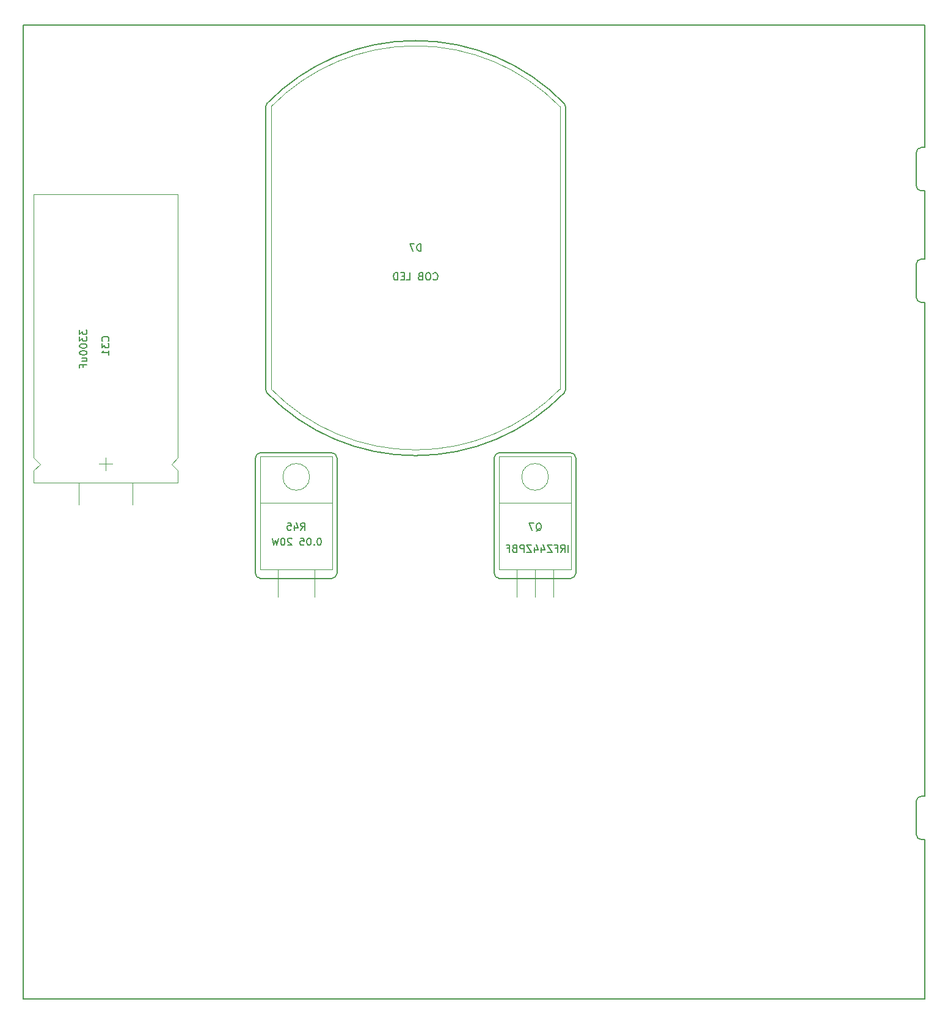
<source format=gbr>
%TF.GenerationSoftware,KiCad,Pcbnew,5.1.10-88a1d61d58~88~ubuntu20.04.1*%
%TF.CreationDate,2021-06-19T17:21:23-07:00*%
%TF.ProjectId,ultrablinky,756c7472-6162-46c6-996e-6b792e6b6963,B*%
%TF.SameCoordinates,Original*%
%TF.FileFunction,Other,Fab,Bot*%
%FSLAX46Y46*%
G04 Gerber Fmt 4.6, Leading zero omitted, Abs format (unit mm)*
G04 Created by KiCad (PCBNEW 5.1.10-88a1d61d58~88~ubuntu20.04.1) date 2021-06-19 17:21:23*
%MOMM*%
%LPD*%
G01*
G04 APERTURE LIST*
%TA.AperFunction,Profile*%
%ADD10C,0.150000*%
%TD*%
%ADD11C,0.100000*%
%ADD12C,0.120000*%
%ADD13C,0.150000*%
G04 APERTURE END LIST*
D10*
X178700000Y-142000000D02*
X178700000Y-164100000D01*
X178200000Y-142000000D02*
G75*
G02*
X177500000Y-141300000I0J700000D01*
G01*
X177500000Y-136700000D02*
G75*
G02*
X178200000Y-136000000I700000J0D01*
G01*
X177500000Y-136700000D02*
X177500000Y-141300000D01*
X178200000Y-142000000D02*
X178700000Y-142000000D01*
X178200000Y-136000000D02*
X178700000Y-136000000D01*
X178700000Y-67550000D02*
X178700000Y-136000000D01*
X178700000Y-61550000D02*
X178700000Y-52100000D01*
X177500000Y-62250000D02*
G75*
G02*
X178200000Y-61550000I700000J0D01*
G01*
X178200000Y-61550000D02*
X178700000Y-61550000D01*
X178200000Y-67550000D02*
G75*
G02*
X177500000Y-66850000I0J700000D01*
G01*
X178200000Y-67550000D02*
X178700000Y-67550000D01*
X177500000Y-62250000D02*
X177500000Y-66850000D01*
X178200000Y-52100000D02*
X178700000Y-52100000D01*
X178200000Y-46100000D02*
X178700000Y-46100000D01*
X177500000Y-46800000D02*
X177500000Y-51400000D01*
X178200000Y-52100000D02*
G75*
G02*
X177500000Y-51400000I0J700000D01*
G01*
X177500000Y-46800000D02*
G75*
G02*
X178200000Y-46100000I700000J0D01*
G01*
X87505025Y-80109975D02*
G75*
G02*
X87300000Y-79615000I494975J494975D01*
G01*
X128694975Y-39985025D02*
G75*
G02*
X128900000Y-40480000I-494975J-494975D01*
G01*
X87510025Y-39982025D02*
G75*
G03*
X87305000Y-40477000I494975J-494975D01*
G01*
X128694975Y-80104975D02*
G75*
G03*
X128900000Y-79610000I-494975J494975D01*
G01*
X130300000Y-105100000D02*
G75*
G02*
X129600000Y-105800000I-700000J0D01*
G01*
X119700000Y-105800000D02*
G75*
G02*
X119000000Y-105100000I0J700000D01*
G01*
X129600000Y-88400000D02*
G75*
G02*
X130300000Y-89100000I0J-700000D01*
G01*
X119000000Y-89100000D02*
G75*
G02*
X119700000Y-88400000I700000J0D01*
G01*
X85900000Y-89100000D02*
G75*
G02*
X86600000Y-88400000I700000J0D01*
G01*
X96500000Y-88400000D02*
G75*
G02*
X97200000Y-89100000I0J-700000D01*
G01*
X97200000Y-105100000D02*
G75*
G02*
X96500000Y-105800000I-700000J0D01*
G01*
X86600000Y-105800000D02*
G75*
G02*
X85900000Y-105100000I0J700000D01*
G01*
X119000000Y-105100000D02*
X119000000Y-89100000D01*
X129600000Y-105800000D02*
X119700000Y-105800000D01*
X129600000Y-88400000D02*
X119700000Y-88400000D01*
X130300000Y-105100000D02*
X130300000Y-89100000D01*
X96500000Y-105800000D02*
X86600000Y-105800000D01*
X97200000Y-105100000D02*
X97200000Y-89100000D01*
X96500000Y-88400000D02*
X86600000Y-88400000D01*
X85900000Y-105100000D02*
X85900000Y-89100000D01*
X128697474Y-80107415D02*
G75*
G02*
X87505025Y-80109975I-20597474J20107415D01*
G01*
X87300000Y-79615000D02*
X87305000Y-40477000D01*
X128900000Y-79610000D02*
X128900000Y-40480000D01*
X87508953Y-39980983D02*
G75*
G02*
X128694975Y-39985025I20591047J-20019017D01*
G01*
X53700000Y-29100000D02*
X178700000Y-29100000D01*
X53700000Y-164100000D02*
X178700000Y-164100000D01*
X178700000Y-46100000D02*
X178700000Y-29100000D01*
X53700000Y-164100000D02*
X53700000Y-29100000D01*
D11*
%TO.C,C31*%
X66050000Y-89950000D02*
X64250000Y-89950000D01*
X65150000Y-90850000D02*
X65150000Y-89050000D01*
X68900000Y-95550000D02*
X68900000Y-92550000D01*
X61400000Y-95550000D02*
X61400000Y-92550000D01*
X55150000Y-89070000D02*
X55150000Y-52550000D01*
X56050000Y-89970000D02*
X55150000Y-89070000D01*
X55150000Y-90870000D02*
X56050000Y-89970000D01*
X55150000Y-92550000D02*
X55150000Y-90870000D01*
X75150000Y-89070000D02*
X75150000Y-52550000D01*
X74250000Y-89970000D02*
X75150000Y-89070000D01*
X75150000Y-90870000D02*
X74250000Y-89970000D01*
X75150000Y-92550000D02*
X75150000Y-90870000D01*
X75150000Y-52550000D02*
X55150000Y-52550000D01*
X75150000Y-92550000D02*
X55150000Y-92550000D01*
%TO.C,R45*%
X89020000Y-104590000D02*
X89020000Y-108400000D01*
X94100000Y-104590000D02*
X94100000Y-108400000D01*
X86560000Y-104590000D02*
X96560000Y-104590000D01*
X86560000Y-95340000D02*
X86560000Y-104590000D01*
X96560000Y-95340000D02*
X86560000Y-95340000D01*
X96560000Y-104590000D02*
X96560000Y-95340000D01*
X86560000Y-95340000D02*
X96560000Y-95340000D01*
X86560000Y-88940000D02*
X86560000Y-95340000D01*
X96560000Y-88940000D02*
X86560000Y-88940000D01*
X96560000Y-95340000D02*
X96560000Y-88940000D01*
X93410000Y-91740000D02*
G75*
G03*
X93410000Y-91740000I-1850000J0D01*
G01*
%TO.C,Q7*%
X126510000Y-91740000D02*
G75*
G03*
X126510000Y-91740000I-1850000J0D01*
G01*
X129660000Y-95340000D02*
X129660000Y-88940000D01*
X129660000Y-88940000D02*
X119660000Y-88940000D01*
X119660000Y-88940000D02*
X119660000Y-95340000D01*
X119660000Y-95340000D02*
X129660000Y-95340000D01*
X129660000Y-104590000D02*
X129660000Y-95340000D01*
X129660000Y-95340000D02*
X119660000Y-95340000D01*
X119660000Y-95340000D02*
X119660000Y-104590000D01*
X119660000Y-104590000D02*
X129660000Y-104590000D01*
X127200000Y-104590000D02*
X127200000Y-108400000D01*
X124660000Y-104590000D02*
X124660000Y-108400000D01*
X122120000Y-104590000D02*
X122120000Y-108400000D01*
D12*
%TO.C,D7*%
X128100000Y-40410000D02*
X128100000Y-79590000D01*
X88100000Y-40410000D02*
X88100000Y-79590000D01*
X128104552Y-40414648D02*
G75*
G03*
X88100000Y-40410000I-20004552J-19585352D01*
G01*
X88095448Y-79585352D02*
G75*
G03*
X128100000Y-79590000I20004552J19585352D01*
G01*
%TD*%
%TO.C,C31*%
D13*
X61527380Y-71357142D02*
X61527380Y-71976190D01*
X61908333Y-71642857D01*
X61908333Y-71785714D01*
X61955952Y-71880952D01*
X62003571Y-71928571D01*
X62098809Y-71976190D01*
X62336904Y-71976190D01*
X62432142Y-71928571D01*
X62479761Y-71880952D01*
X62527380Y-71785714D01*
X62527380Y-71500000D01*
X62479761Y-71404761D01*
X62432142Y-71357142D01*
X61527380Y-72309523D02*
X61527380Y-72928571D01*
X61908333Y-72595238D01*
X61908333Y-72738095D01*
X61955952Y-72833333D01*
X62003571Y-72880952D01*
X62098809Y-72928571D01*
X62336904Y-72928571D01*
X62432142Y-72880952D01*
X62479761Y-72833333D01*
X62527380Y-72738095D01*
X62527380Y-72452380D01*
X62479761Y-72357142D01*
X62432142Y-72309523D01*
X61527380Y-73547619D02*
X61527380Y-73642857D01*
X61575000Y-73738095D01*
X61622619Y-73785714D01*
X61717857Y-73833333D01*
X61908333Y-73880952D01*
X62146428Y-73880952D01*
X62336904Y-73833333D01*
X62432142Y-73785714D01*
X62479761Y-73738095D01*
X62527380Y-73642857D01*
X62527380Y-73547619D01*
X62479761Y-73452380D01*
X62432142Y-73404761D01*
X62336904Y-73357142D01*
X62146428Y-73309523D01*
X61908333Y-73309523D01*
X61717857Y-73357142D01*
X61622619Y-73404761D01*
X61575000Y-73452380D01*
X61527380Y-73547619D01*
X61527380Y-74500000D02*
X61527380Y-74595238D01*
X61575000Y-74690476D01*
X61622619Y-74738095D01*
X61717857Y-74785714D01*
X61908333Y-74833333D01*
X62146428Y-74833333D01*
X62336904Y-74785714D01*
X62432142Y-74738095D01*
X62479761Y-74690476D01*
X62527380Y-74595238D01*
X62527380Y-74500000D01*
X62479761Y-74404761D01*
X62432142Y-74357142D01*
X62336904Y-74309523D01*
X62146428Y-74261904D01*
X61908333Y-74261904D01*
X61717857Y-74309523D01*
X61622619Y-74357142D01*
X61575000Y-74404761D01*
X61527380Y-74500000D01*
X61860714Y-75690476D02*
X62527380Y-75690476D01*
X61860714Y-75261904D02*
X62384523Y-75261904D01*
X62479761Y-75309523D01*
X62527380Y-75404761D01*
X62527380Y-75547619D01*
X62479761Y-75642857D01*
X62432142Y-75690476D01*
X62003571Y-76500000D02*
X62003571Y-76166666D01*
X62527380Y-76166666D02*
X61527380Y-76166666D01*
X61527380Y-76642857D01*
X65507142Y-72907142D02*
X65554761Y-72859523D01*
X65602380Y-72716666D01*
X65602380Y-72621428D01*
X65554761Y-72478571D01*
X65459523Y-72383333D01*
X65364285Y-72335714D01*
X65173809Y-72288095D01*
X65030952Y-72288095D01*
X64840476Y-72335714D01*
X64745238Y-72383333D01*
X64650000Y-72478571D01*
X64602380Y-72621428D01*
X64602380Y-72716666D01*
X64650000Y-72859523D01*
X64697619Y-72907142D01*
X64602380Y-73240476D02*
X64602380Y-73859523D01*
X64983333Y-73526190D01*
X64983333Y-73669047D01*
X65030952Y-73764285D01*
X65078571Y-73811904D01*
X65173809Y-73859523D01*
X65411904Y-73859523D01*
X65507142Y-73811904D01*
X65554761Y-73764285D01*
X65602380Y-73669047D01*
X65602380Y-73383333D01*
X65554761Y-73288095D01*
X65507142Y-73240476D01*
X65602380Y-74811904D02*
X65602380Y-74240476D01*
X65602380Y-74526190D02*
X64602380Y-74526190D01*
X64745238Y-74430952D01*
X64840476Y-74335714D01*
X64888095Y-74240476D01*
%TO.C,R45*%
X94792857Y-100202380D02*
X94697619Y-100202380D01*
X94602380Y-100250000D01*
X94554761Y-100297619D01*
X94507142Y-100392857D01*
X94459523Y-100583333D01*
X94459523Y-100821428D01*
X94507142Y-101011904D01*
X94554761Y-101107142D01*
X94602380Y-101154761D01*
X94697619Y-101202380D01*
X94792857Y-101202380D01*
X94888095Y-101154761D01*
X94935714Y-101107142D01*
X94983333Y-101011904D01*
X95030952Y-100821428D01*
X95030952Y-100583333D01*
X94983333Y-100392857D01*
X94935714Y-100297619D01*
X94888095Y-100250000D01*
X94792857Y-100202380D01*
X94030952Y-101107142D02*
X93983333Y-101154761D01*
X94030952Y-101202380D01*
X94078571Y-101154761D01*
X94030952Y-101107142D01*
X94030952Y-101202380D01*
X93364285Y-100202380D02*
X93269047Y-100202380D01*
X93173809Y-100250000D01*
X93126190Y-100297619D01*
X93078571Y-100392857D01*
X93030952Y-100583333D01*
X93030952Y-100821428D01*
X93078571Y-101011904D01*
X93126190Y-101107142D01*
X93173809Y-101154761D01*
X93269047Y-101202380D01*
X93364285Y-101202380D01*
X93459523Y-101154761D01*
X93507142Y-101107142D01*
X93554761Y-101011904D01*
X93602380Y-100821428D01*
X93602380Y-100583333D01*
X93554761Y-100392857D01*
X93507142Y-100297619D01*
X93459523Y-100250000D01*
X93364285Y-100202380D01*
X92126190Y-100202380D02*
X92602380Y-100202380D01*
X92650000Y-100678571D01*
X92602380Y-100630952D01*
X92507142Y-100583333D01*
X92269047Y-100583333D01*
X92173809Y-100630952D01*
X92126190Y-100678571D01*
X92078571Y-100773809D01*
X92078571Y-101011904D01*
X92126190Y-101107142D01*
X92173809Y-101154761D01*
X92269047Y-101202380D01*
X92507142Y-101202380D01*
X92602380Y-101154761D01*
X92650000Y-101107142D01*
X90935714Y-100297619D02*
X90888095Y-100250000D01*
X90792857Y-100202380D01*
X90554761Y-100202380D01*
X90459523Y-100250000D01*
X90411904Y-100297619D01*
X90364285Y-100392857D01*
X90364285Y-100488095D01*
X90411904Y-100630952D01*
X90983333Y-101202380D01*
X90364285Y-101202380D01*
X89745238Y-100202380D02*
X89650000Y-100202380D01*
X89554761Y-100250000D01*
X89507142Y-100297619D01*
X89459523Y-100392857D01*
X89411904Y-100583333D01*
X89411904Y-100821428D01*
X89459523Y-101011904D01*
X89507142Y-101107142D01*
X89554761Y-101154761D01*
X89650000Y-101202380D01*
X89745238Y-101202380D01*
X89840476Y-101154761D01*
X89888095Y-101107142D01*
X89935714Y-101011904D01*
X89983333Y-100821428D01*
X89983333Y-100583333D01*
X89935714Y-100392857D01*
X89888095Y-100297619D01*
X89840476Y-100250000D01*
X89745238Y-100202380D01*
X89078571Y-100202380D02*
X88840476Y-101202380D01*
X88650000Y-100488095D01*
X88459523Y-101202380D01*
X88221428Y-100202380D01*
X92192857Y-99102380D02*
X92526190Y-98626190D01*
X92764285Y-99102380D02*
X92764285Y-98102380D01*
X92383333Y-98102380D01*
X92288095Y-98150000D01*
X92240476Y-98197619D01*
X92192857Y-98292857D01*
X92192857Y-98435714D01*
X92240476Y-98530952D01*
X92288095Y-98578571D01*
X92383333Y-98626190D01*
X92764285Y-98626190D01*
X91335714Y-98435714D02*
X91335714Y-99102380D01*
X91573809Y-98054761D02*
X91811904Y-98769047D01*
X91192857Y-98769047D01*
X90335714Y-98102380D02*
X90811904Y-98102380D01*
X90859523Y-98578571D01*
X90811904Y-98530952D01*
X90716666Y-98483333D01*
X90478571Y-98483333D01*
X90383333Y-98530952D01*
X90335714Y-98578571D01*
X90288095Y-98673809D01*
X90288095Y-98911904D01*
X90335714Y-99007142D01*
X90383333Y-99054761D01*
X90478571Y-99102380D01*
X90716666Y-99102380D01*
X90811904Y-99054761D01*
X90859523Y-99007142D01*
%TO.C,Q7*%
X129261904Y-102152380D02*
X129261904Y-101152380D01*
X128214285Y-102152380D02*
X128547619Y-101676190D01*
X128785714Y-102152380D02*
X128785714Y-101152380D01*
X128404761Y-101152380D01*
X128309523Y-101200000D01*
X128261904Y-101247619D01*
X128214285Y-101342857D01*
X128214285Y-101485714D01*
X128261904Y-101580952D01*
X128309523Y-101628571D01*
X128404761Y-101676190D01*
X128785714Y-101676190D01*
X127452380Y-101628571D02*
X127785714Y-101628571D01*
X127785714Y-102152380D02*
X127785714Y-101152380D01*
X127309523Y-101152380D01*
X127023809Y-101152380D02*
X126357142Y-101152380D01*
X127023809Y-102152380D01*
X126357142Y-102152380D01*
X125547619Y-101485714D02*
X125547619Y-102152380D01*
X125785714Y-101104761D02*
X126023809Y-101819047D01*
X125404761Y-101819047D01*
X124595238Y-101485714D02*
X124595238Y-102152380D01*
X124833333Y-101104761D02*
X125071428Y-101819047D01*
X124452380Y-101819047D01*
X124166666Y-101152380D02*
X123500000Y-101152380D01*
X124166666Y-102152380D01*
X123500000Y-102152380D01*
X123119047Y-102152380D02*
X123119047Y-101152380D01*
X122738095Y-101152380D01*
X122642857Y-101200000D01*
X122595238Y-101247619D01*
X122547619Y-101342857D01*
X122547619Y-101485714D01*
X122595238Y-101580952D01*
X122642857Y-101628571D01*
X122738095Y-101676190D01*
X123119047Y-101676190D01*
X121785714Y-101628571D02*
X121642857Y-101676190D01*
X121595238Y-101723809D01*
X121547619Y-101819047D01*
X121547619Y-101961904D01*
X121595238Y-102057142D01*
X121642857Y-102104761D01*
X121738095Y-102152380D01*
X122119047Y-102152380D01*
X122119047Y-101152380D01*
X121785714Y-101152380D01*
X121690476Y-101200000D01*
X121642857Y-101247619D01*
X121595238Y-101342857D01*
X121595238Y-101438095D01*
X121642857Y-101533333D01*
X121690476Y-101580952D01*
X121785714Y-101628571D01*
X122119047Y-101628571D01*
X120785714Y-101628571D02*
X121119047Y-101628571D01*
X121119047Y-102152380D02*
X121119047Y-101152380D01*
X120642857Y-101152380D01*
X124795238Y-99247619D02*
X124890476Y-99200000D01*
X124985714Y-99104761D01*
X125128571Y-98961904D01*
X125223809Y-98914285D01*
X125319047Y-98914285D01*
X125271428Y-99152380D02*
X125366666Y-99104761D01*
X125461904Y-99009523D01*
X125509523Y-98819047D01*
X125509523Y-98485714D01*
X125461904Y-98295238D01*
X125366666Y-98200000D01*
X125271428Y-98152380D01*
X125080952Y-98152380D01*
X124985714Y-98200000D01*
X124890476Y-98295238D01*
X124842857Y-98485714D01*
X124842857Y-98819047D01*
X124890476Y-99009523D01*
X124985714Y-99104761D01*
X125080952Y-99152380D01*
X125271428Y-99152380D01*
X124509523Y-98152380D02*
X123842857Y-98152380D01*
X124271428Y-99152380D01*
%TO.C,D7*%
X110552380Y-64357142D02*
X110600000Y-64404761D01*
X110742857Y-64452380D01*
X110838095Y-64452380D01*
X110980952Y-64404761D01*
X111076190Y-64309523D01*
X111123809Y-64214285D01*
X111171428Y-64023809D01*
X111171428Y-63880952D01*
X111123809Y-63690476D01*
X111076190Y-63595238D01*
X110980952Y-63500000D01*
X110838095Y-63452380D01*
X110742857Y-63452380D01*
X110600000Y-63500000D01*
X110552380Y-63547619D01*
X109933333Y-63452380D02*
X109742857Y-63452380D01*
X109647619Y-63500000D01*
X109552380Y-63595238D01*
X109504761Y-63785714D01*
X109504761Y-64119047D01*
X109552380Y-64309523D01*
X109647619Y-64404761D01*
X109742857Y-64452380D01*
X109933333Y-64452380D01*
X110028571Y-64404761D01*
X110123809Y-64309523D01*
X110171428Y-64119047D01*
X110171428Y-63785714D01*
X110123809Y-63595238D01*
X110028571Y-63500000D01*
X109933333Y-63452380D01*
X108742857Y-63928571D02*
X108600000Y-63976190D01*
X108552380Y-64023809D01*
X108504761Y-64119047D01*
X108504761Y-64261904D01*
X108552380Y-64357142D01*
X108600000Y-64404761D01*
X108695238Y-64452380D01*
X109076190Y-64452380D01*
X109076190Y-63452380D01*
X108742857Y-63452380D01*
X108647619Y-63500000D01*
X108600000Y-63547619D01*
X108552380Y-63642857D01*
X108552380Y-63738095D01*
X108600000Y-63833333D01*
X108647619Y-63880952D01*
X108742857Y-63928571D01*
X109076190Y-63928571D01*
X106838095Y-64452380D02*
X107314285Y-64452380D01*
X107314285Y-63452380D01*
X106504761Y-63928571D02*
X106171428Y-63928571D01*
X106028571Y-64452380D02*
X106504761Y-64452380D01*
X106504761Y-63452380D01*
X106028571Y-63452380D01*
X105600000Y-64452380D02*
X105600000Y-63452380D01*
X105361904Y-63452380D01*
X105219047Y-63500000D01*
X105123809Y-63595238D01*
X105076190Y-63690476D01*
X105028571Y-63880952D01*
X105028571Y-64023809D01*
X105076190Y-64214285D01*
X105123809Y-64309523D01*
X105219047Y-64404761D01*
X105361904Y-64452380D01*
X105600000Y-64452380D01*
X108838095Y-60452380D02*
X108838095Y-59452380D01*
X108600000Y-59452380D01*
X108457142Y-59500000D01*
X108361904Y-59595238D01*
X108314285Y-59690476D01*
X108266666Y-59880952D01*
X108266666Y-60023809D01*
X108314285Y-60214285D01*
X108361904Y-60309523D01*
X108457142Y-60404761D01*
X108600000Y-60452380D01*
X108838095Y-60452380D01*
X107933333Y-59452380D02*
X107266666Y-59452380D01*
X107695238Y-60452380D01*
%TD*%
M02*

</source>
